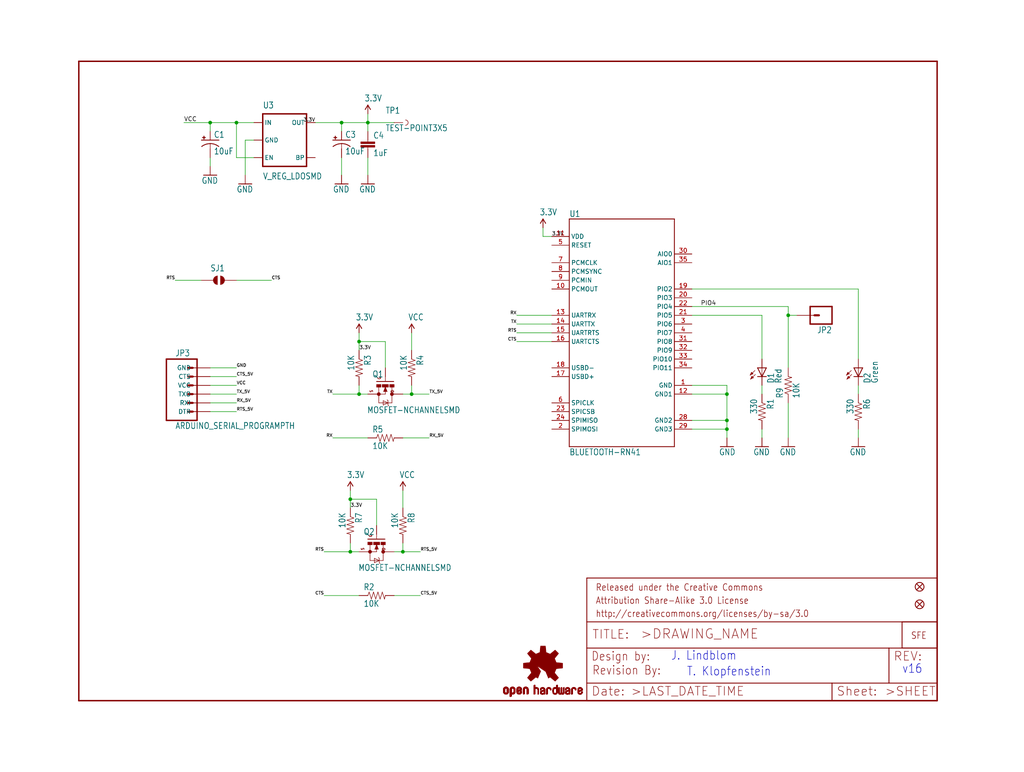
<source format=kicad_sch>
(kicad_sch (version 20211123) (generator eeschema)
  (paper "User" 297.002 223.926)
  (lib_symbols
    (symbol "eagleSchem-eagle-import:ARDUINO_SERIAL_PROGRAMPTH"
      (property "Reference" "JP" (at -5.08 10.922 0))
      (property "Value" "ARDUINO_SERIAL_PROGRAMPTH" (at -5.08 -10.16 0))
      (symbol "ARDUINO_SERIAL_PROGRAMPTH_1_0"
        (pin passive line (at 5.08 -5.08 180) (length 5.08) (name "DTR") (number "1"))
        (pin passive line (at 5.08 -2.54 180) (length 5.08) (name "RXI") (number "2"))
        (pin passive line (at 5.08 0 180) (length 5.08) (name "TXO") (number "3"))
        (pin passive line (at 5.08 2.54 180) (length 5.08) (name "VCC") (number "4"))
        (pin passive line (at 5.08 5.08 180) (length 5.08) (name "CTS") (number "5"))
        (pin passive line (at 5.08 7.62 180) (length 5.08) (name "GND") (number "6"))
      )
    )
    (symbol "eagleSchem-eagle-import:BLUETOOTH-RN41{dblquote}"
      (property "Value" "BLUETOOTH-RN41{dblquote}" (at -15.24 -35.56 0))
      (symbol "BLUETOOTH-RN41{dblquote}_1_0"
        (pin bidirectional line (at 20.32 -15.24 180) (length 5.08) (name "GND") (number "1"))
        (pin bidirectional line (at -20.32 12.7 0) (length 5.08) (name "PCMOUT") (number "10"))
        (pin bidirectional line (at -20.32 27.94 0) (length 5.08) (name "VDD") (number "11"))
        (pin bidirectional line (at 20.32 -17.78 180) (length 5.08) (name "GND1") (number "12"))
        (pin bidirectional line (at -20.32 5.08 0) (length 5.08) (name "UARTRX") (number "13"))
        (pin bidirectional line (at -20.32 2.54 0) (length 5.08) (name "UARTTX") (number "14"))
        (pin bidirectional line (at -20.32 0 0) (length 5.08) (name "UARTRTS") (number "15"))
        (pin bidirectional line (at -20.32 -2.54 0) (length 5.08) (name "UARTCTS") (number "16"))
        (pin bidirectional line (at -20.32 -12.7 0) (length 5.08) (name "USBD+") (number "17"))
        (pin bidirectional line (at -20.32 -10.16 0) (length 5.08) (name "USBD-") (number "18"))
        (pin bidirectional line (at 20.32 12.7 180) (length 5.08) (name "PIO2") (number "19"))
        (pin bidirectional line (at -20.32 -27.94 0) (length 5.08) (name "SPIMOSI") (number "2"))
        (pin bidirectional line (at 20.32 10.16 180) (length 5.08) (name "PIO3") (number "20"))
        (pin bidirectional line (at 20.32 5.08 180) (length 5.08) (name "PIO5") (number "21"))
        (pin bidirectional line (at 20.32 7.62 180) (length 5.08) (name "PIO4") (number "22"))
        (pin bidirectional line (at -20.32 -22.86 0) (length 5.08) (name "SPICSB") (number "23"))
        (pin bidirectional line (at -20.32 -25.4 0) (length 5.08) (name "SPIMISO") (number "24"))
        (pin bidirectional line (at 20.32 -25.4 180) (length 5.08) (name "GND2") (number "28"))
        (pin bidirectional line (at 20.32 -27.94 180) (length 5.08) (name "GND3") (number "29"))
        (pin bidirectional line (at 20.32 2.54 180) (length 5.08) (name "PIO6") (number "3"))
        (pin bidirectional line (at 20.32 22.86 180) (length 5.08) (name "AIO0") (number "30"))
        (pin bidirectional line (at 20.32 -2.54 180) (length 5.08) (name "PIO8") (number "31"))
        (pin bidirectional line (at 20.32 -5.08 180) (length 5.08) (name "PIO9") (number "32"))
        (pin bidirectional line (at 20.32 -7.62 180) (length 5.08) (name "PIO10") (number "33"))
        (pin bidirectional line (at 20.32 -10.16 180) (length 5.08) (name "PIO11") (number "34"))
        (pin bidirectional line (at 20.32 20.32 180) (length 5.08) (name "AIO1") (number "35"))
        (pin bidirectional line (at 20.32 0 180) (length 5.08) (name "PIO7") (number "4"))
        (pin bidirectional line (at -20.32 25.4 0) (length 5.08) (name "RESET") (number "5"))
        (pin bidirectional line (at -20.32 -20.32 0) (length 5.08) (name "SPICLK") (number "6"))
        (pin bidirectional line (at -20.32 20.32 0) (length 5.08) (name "PCMCLK") (number "7"))
        (pin bidirectional line (at -20.32 17.78 0) (length 5.08) (name "PCMSYNC") (number "8"))
        (pin bidirectional line (at -20.32 15.24 0) (length 5.08) (name "PCMIN") (number "9"))
      )
    )
    (symbol "eagleSchem-eagle-import:CAP0603-CAP"
      (property "Reference" "C" (at 1.524 2.921 0))
      (property "Value" "CAP0603-CAP" (at 1.524 -2.159 0))
      (symbol "CAP0603-CAP_1_0"
        (pin passive line (at 0 5.08 270) (length 2.54) (name "1") (number "1"))
        (pin passive line (at 0 -2.54 90) (length 2.54) (name "2") (number "2"))
      )
    )
    (symbol "eagleSchem-eagle-import:CAP_POL1206"
      (property "Reference" "C" (at 1.016 0.635 0))
      (property "Value" "CAP_POL1206" (at 1.016 -4.191 0))
      (symbol "CAP_POL1206_1_0"
        (pin passive line (at 0 2.54 270) (length 2.54) (name "+") (number "A"))
        (pin passive line (at 0 -5.08 90) (length 2.54) (name "-") (number "C"))
      )
    )
    (symbol "eagleSchem-eagle-import:FIDUCIAL1X2.5")
    (symbol "eagleSchem-eagle-import:FRAME-LETTER"
      (symbol "FRAME-LETTER_2_0"
        (text ">DRAWING_NAME" (at 15.494 17.78 0) (effects (font (size 2.7432 2.7432)) (justify left bottom)))
        (text ">LAST_DATE_TIME" (at 12.7 1.27 0) (effects (font (size 2.54 2.54)) (justify left bottom)))
        (text ">SHEET" (at 86.36 1.27 0) (effects (font (size 2.54 2.54)) (justify left bottom)))
        (text "Attribution Share-Alike 3.0 License" (at 2.54 27.94 0) (effects (font (size 1.9304 1.6408)) (justify left bottom)))
        (text "Date:" (at 1.27 1.27 0) (effects (font (size 2.54 2.54)) (justify left bottom)))
        (text "Design by:" (at 1.27 11.43 0) (effects (font (size 2.54 2.159)) (justify left bottom)))
        (text "http://creativecommons.org/licenses/by-sa/3.0" (at 2.54 24.13 0) (effects (font (size 1.9304 1.6408)) (justify left bottom)))
        (text "Released under the Creative Commons" (at 2.54 31.75 0) (effects (font (size 1.9304 1.6408)) (justify left bottom)))
        (text "REV:" (at 88.9 11.43 0) (effects (font (size 2.54 2.54)) (justify left bottom)))
        (text "Sheet:" (at 72.39 1.27 0) (effects (font (size 2.54 2.54)) (justify left bottom)))
        (text "TITLE:" (at 1.524 17.78 0) (effects (font (size 2.54 2.54)) (justify left bottom)))
      )
    )
    (symbol "eagleSchem-eagle-import:GND" (power)
      (property "Value" "GND" (at -2.54 -2.54 0))
      (symbol "GND_1_0"
        (pin power_in line (at 0 2.54 270) (length 2.54) (name "GND") (number "1"))
      )
    )
    (symbol "eagleSchem-eagle-import:LED0603"
      (property "Reference" "LED" (at 3.556 -4.572 90))
      (property "Value" "LED0603" (at 5.715 -4.572 90))
      (symbol "LED0603_1_0"
        (pin passive line (at 0 2.54 270) (length 2.54) (name "A") (number "A"))
        (pin passive line (at 0 -5.08 90) (length 2.54) (name "C") (number "C"))
      )
    )
    (symbol "eagleSchem-eagle-import:LOGO-SFENEW"
      (symbol "LOGO-SFENEW_1_0"
        (text "SFE" (at 0 0 0) (effects (font (size 1.9304 1.6408)) (justify left bottom)))
      )
    )
    (symbol "eagleSchem-eagle-import:M01SMDNS"
      (property "Reference" "JP" (at -2.54 3.302 0))
      (property "Value" "M01SMDNS" (at -2.54 -5.08 0))
      (symbol "M01SMDNS_1_0"
        (pin passive line (at 7.62 0 180) (length 5.08) (name "1") (number "1"))
      )
    )
    (symbol "eagleSchem-eagle-import:MOSFET-NCHANNELSMD"
      (property "Reference" "Q" (at 5.08 2.54 0))
      (property "Value" "MOSFET-NCHANNELSMD" (at 5.08 0 0))
      (symbol "MOSFET-NCHANNELSMD_1_0"
        (text "D" (at -1.27 2.54 0) (effects (font (size 0.8128 0.6908)) (justify left bottom)))
        (text "G" (at -5.08 -1.27 0) (effects (font (size 0.8128 0.6908)) (justify left bottom)))
        (text "S" (at -1.27 -3.556 0) (effects (font (size 0.8128 0.6908)) (justify left bottom)))
        (pin passive line (at -7.62 0 0) (length 2.54) (name "G") (number "1"))
        (pin passive line (at 0 -5.08 90) (length 2.54) (name "S") (number "2"))
        (pin passive line (at 0 5.08 270) (length 2.54) (name "D") (number "3"))
      )
    )
    (symbol "eagleSchem-eagle-import:OSHW-LOGOS")
    (symbol "eagleSchem-eagle-import:RESISTOR0603-RES"
      (property "Reference" "R" (at -3.81 1.4986 0))
      (property "Value" "RESISTOR0603-RES" (at -3.81 -3.302 0))
      (symbol "RESISTOR0603-RES_1_0"
        (pin passive line (at -5.08 0 0) (length 2.54) (name "1") (number "1"))
        (pin passive line (at 5.08 0 180) (length 2.54) (name "2") (number "2"))
      )
    )
    (symbol "eagleSchem-eagle-import:REVISION"
      (symbol "REVISION_1_0"
        (text "Revision By: " (at 0 0 0) (effects (font (size 2.54 2.159)) (justify left bottom)))
      )
    )
    (symbol "eagleSchem-eagle-import:SOLDERJUMPERNO"
      (property "Reference" "SJ" (at -2.54 2.54 0))
      (symbol "SOLDERJUMPERNO_1_0"
        (pin passive line (at -5.08 0 0) (length 2.54) (name "1") (number "1"))
        (pin passive line (at 5.08 0 180) (length 2.54) (name "2") (number "2"))
      )
    )
    (symbol "eagleSchem-eagle-import:TEST-POINT3X5"
      (property "Reference" "TP" (at -2.54 2.54 0))
      (property "Value" "TEST-POINT3X5" (at -2.54 -2.54 0))
      (symbol "TEST-POINT3X5_1_0"
        (pin bidirectional line (at 0 0 180) (length 0) (name "1") (number "P$1"))
      )
    )
    (symbol "eagleSchem-eagle-import:VCC" (power)
      (property "Value" "VCC" (at -1.016 3.556 0))
      (symbol "VCC_1_0"
        (pin power_in line (at 0 0 90) (length 2.54) (name "VCC") (number "1"))
      )
    )
    (symbol "eagleSchem-eagle-import:V_REG_LDOSMD"
      (property "Value" "V_REG_LDOSMD" (at -7.62 -11.43 0))
      (symbol "V_REG_LDOSMD_1_0"
        (pin input line (at -10.16 5.08 0) (length 2.54) (name "IN") (number "1"))
        (pin input line (at -10.16 0 0) (length 2.54) (name "GND") (number "2"))
        (pin input line (at -10.16 -5.08 0) (length 2.54) (name "EN") (number "3"))
        (pin input line (at 7.62 -5.08 180) (length 2.54) (name "BP") (number "4"))
        (pin passive line (at 7.62 5.08 180) (length 2.54) (name "OUT") (number "5"))
      )
    )
  )
  (junction (at 99.06 35.56))
  (junction (at 210.82 124.46))
  (junction (at 116.84 160.02))
  (junction (at 228.6 91.44))
  (junction (at 210.82 121.92))
  (junction (at 104.14 114.3))
  (junction (at 104.14 99.06))
  (junction (at 101.6 160.02))
  (junction (at 119.38 114.3))
  (junction (at 101.6 144.78))
  (junction (at 68.58 35.56))
  (junction (at 210.82 114.3))
  (junction (at 60.96 35.56))
  (junction (at 106.68 35.56))
  (wire (pts (xy 101.6 160.02) (xy 93.98 160.02)))
  (wire (pts (xy 119.38 111.76) (xy 119.38 114.3)))
  (wire (pts (xy 210.82 114.3) (xy 210.82 121.92)))
  (wire (pts (xy 101.6 147.32) (xy 101.6 144.78)))
  (wire (pts (xy 200.66 111.76) (xy 210.82 111.76)))
  (wire (pts (xy 104.14 111.76) (xy 104.14 114.3)))
  (wire (pts (xy 60.96 114.3) (xy 68.58 114.3)))
  (wire (pts (xy 200.66 114.3) (xy 210.82 114.3)))
  (wire (pts (xy 68.58 45.72) (xy 73.66 45.72)))
  (wire (pts (xy 210.82 121.92) (xy 210.82 124.46)))
  (wire (pts (xy 106.68 45.72) (xy 106.68 50.8)))
  (wire (pts (xy 228.6 88.9) (xy 228.6 91.44)))
  (wire (pts (xy 119.38 101.6) (xy 119.38 96.52)))
  (wire (pts (xy 119.38 114.3) (xy 124.46 114.3)))
  (wire (pts (xy 114.3 160.02) (xy 116.84 160.02)))
  (wire (pts (xy 101.6 157.48) (xy 101.6 160.02)))
  (wire (pts (xy 200.66 88.9) (xy 228.6 88.9)))
  (wire (pts (xy 99.06 50.8) (xy 99.06 45.72)))
  (wire (pts (xy 104.14 101.6) (xy 104.14 99.06)))
  (wire (pts (xy 99.06 38.1) (xy 99.06 35.56)))
  (wire (pts (xy 58.42 81.28) (xy 50.8 81.28)))
  (wire (pts (xy 104.14 114.3) (xy 96.52 114.3)))
  (wire (pts (xy 248.92 111.76) (xy 248.92 114.3)))
  (wire (pts (xy 109.22 144.78) (xy 101.6 144.78)))
  (wire (pts (xy 116.84 160.02) (xy 121.92 160.02)))
  (wire (pts (xy 210.82 124.46) (xy 210.82 127)))
  (wire (pts (xy 60.96 119.38) (xy 68.58 119.38)))
  (wire (pts (xy 248.92 124.46) (xy 248.92 127)))
  (wire (pts (xy 109.22 152.4) (xy 109.22 144.78)))
  (wire (pts (xy 116.84 114.3) (xy 119.38 114.3)))
  (wire (pts (xy 116.84 157.48) (xy 116.84 160.02)))
  (wire (pts (xy 68.58 81.28) (xy 78.74 81.28)))
  (wire (pts (xy 60.96 116.84) (xy 68.58 116.84)))
  (wire (pts (xy 111.76 106.68) (xy 111.76 99.06)))
  (wire (pts (xy 228.6 91.44) (xy 228.6 106.68)))
  (wire (pts (xy 160.02 91.44) (xy 149.86 91.44)))
  (wire (pts (xy 60.96 106.68) (xy 68.58 106.68)))
  (wire (pts (xy 228.6 116.84) (xy 228.6 127)))
  (wire (pts (xy 231.14 91.44) (xy 228.6 91.44)))
  (wire (pts (xy 116.84 127) (xy 124.46 127)))
  (wire (pts (xy 114.3 35.56) (xy 106.68 35.56)))
  (wire (pts (xy 101.6 144.78) (xy 101.6 142.24)))
  (wire (pts (xy 71.12 40.64) (xy 71.12 50.8)))
  (wire (pts (xy 200.66 83.82) (xy 248.92 83.82)))
  (wire (pts (xy 106.68 35.56) (xy 106.68 33.02)))
  (wire (pts (xy 91.44 35.56) (xy 99.06 35.56)))
  (wire (pts (xy 60.96 38.1) (xy 60.96 35.56)))
  (wire (pts (xy 104.14 160.02) (xy 101.6 160.02)))
  (wire (pts (xy 220.98 127) (xy 220.98 124.46)))
  (wire (pts (xy 160.02 96.52) (xy 149.86 96.52)))
  (wire (pts (xy 160.02 68.58) (xy 157.48 68.58)))
  (wire (pts (xy 248.92 83.82) (xy 248.92 104.14)))
  (wire (pts (xy 104.14 172.72) (xy 93.98 172.72)))
  (wire (pts (xy 200.66 124.46) (xy 210.82 124.46)))
  (wire (pts (xy 106.68 35.56) (xy 106.68 38.1)))
  (wire (pts (xy 106.68 127) (xy 96.52 127)))
  (wire (pts (xy 157.48 68.58) (xy 157.48 66.04)))
  (wire (pts (xy 60.96 48.26) (xy 60.96 45.72)))
  (wire (pts (xy 60.96 35.56) (xy 68.58 35.56)))
  (wire (pts (xy 68.58 35.56) (xy 73.66 35.56)))
  (wire (pts (xy 114.3 172.72) (xy 121.92 172.72)))
  (wire (pts (xy 106.68 114.3) (xy 104.14 114.3)))
  (wire (pts (xy 200.66 121.92) (xy 210.82 121.92)))
  (wire (pts (xy 68.58 35.56) (xy 68.58 45.72)))
  (wire (pts (xy 160.02 99.06) (xy 149.86 99.06)))
  (wire (pts (xy 220.98 91.44) (xy 200.66 91.44)))
  (wire (pts (xy 104.14 99.06) (xy 104.14 96.52)))
  (wire (pts (xy 116.84 147.32) (xy 116.84 142.24)))
  (wire (pts (xy 60.96 109.22) (xy 68.58 109.22)))
  (wire (pts (xy 210.82 111.76) (xy 210.82 114.3)))
  (wire (pts (xy 220.98 111.76) (xy 220.98 114.3)))
  (wire (pts (xy 220.98 104.14) (xy 220.98 91.44)))
  (wire (pts (xy 71.12 40.64) (xy 73.66 40.64)))
  (wire (pts (xy 111.76 99.06) (xy 104.14 99.06)))
  (wire (pts (xy 99.06 35.56) (xy 106.68 35.56)))
  (wire (pts (xy 60.96 35.56) (xy 53.34 35.56)))
  (wire (pts (xy 160.02 93.98) (xy 149.86 93.98)))
  (wire (pts (xy 60.96 111.76) (xy 68.58 111.76)))
  (text "T. Klopfenstein" (at 199.136 196.342 180) (effects (font (size 2.54 2.159)) (justify left bottom)))
  (text "J. Lindblom" (at 194.564 191.77 180) (effects (font (size 2.54 2.159)) (justify left bottom)))
  (text "v16" (at 261.62 195.58 180) (effects (font (size 2.54 2.159)) (justify left bottom)))
  (label "VCC" (at 68.58 111.76 0) (effects (font (size 0.889 0.889))))
  (label "3.3V" (at 101.6 147.32 0) (effects (font (size 1.016 1.016))))
  (label "GND" (at 68.58 106.68 0) (effects (font (size 0.889 0.889))))
  (label "RX_5V" (at 124.46 127 0) (effects (font (size 0.889 0.889))))
  (label "3.3V" (at 160.02 68.58 0) (effects (font (size 1.016 1.016))))
  (label "RTS" (at 93.98 160.02 180) (effects (font (size 0.889 0.889))))
  (label "RTS" (at 149.86 96.52 180) (effects (font (size 0.889 0.889))))
  (label "RX" (at 149.86 91.44 180) (effects (font (size 0.889 0.889))))
  (label "TX" (at 149.86 93.98 180) (effects (font (size 0.889 0.889))))
  (label "3.3V" (at 91.44 35.56 180) (effects (font (size 1.016 1.016))))
  (label "RTS_5V" (at 121.92 160.02 0) (effects (font (size 0.889 0.889))))
  (label "3.3V" (at 104.14 101.6 0) (effects (font (size 1.016 1.016))))
  (label "CTS_5V" (at 121.92 172.72 0) (effects (font (size 0.889 0.889))))
  (label "CTS" (at 149.86 99.06 180) (effects (font (size 0.889 0.889))))
  (label "TX_5V" (at 68.58 114.3 0) (effects (font (size 0.889 0.889))))
  (label "TX" (at 96.52 114.3 180) (effects (font (size 0.889 0.889))))
  (label "RTS" (at 50.8 81.28 180) (effects (font (size 0.889 0.889))))
  (label "VCC" (at 53.34 35.56 0) (effects (font (size 1.2446 1.2446))))
  (label "TX_5V" (at 124.46 114.3 0) (effects (font (size 0.889 0.889))))
  (label "RX_5V" (at 68.58 116.84 0) (effects (font (size 0.889 0.889))))
  (label "PIO4" (at 203.2 88.9 0) (effects (font (size 1.2446 1.2446))))
  (label "CTS" (at 78.74 81.28 0) (effects (font (size 0.889 0.889))))
  (label "RX" (at 96.52 127 180) (effects (font (size 0.889 0.889))))
  (label "CTS_5V" (at 68.58 109.22 0) (effects (font (size 0.889 0.889))))
  (label "CTS" (at 93.98 172.72 180) (effects (font (size 0.889 0.889))))
  (label "RTS_5V" (at 68.58 119.38 0) (effects (font (size 0.889 0.889))))
  (symbol (lib_id "eagleSchem-eagle-import:GND") (at 228.6 129.54 0) (unit 1)
    (property "Reference" "#GND8" (effects hide))
    (property "Value" "GND" (at 226.06 132.08 0) (effects (font (size 1.778 1.5113)) (justify left bottom)))
    (property "Footprint" "eagleSchem:" (effects hide))
  )
  (symbol (lib_id "eagleSchem-eagle-import:FIDUCIAL1X2.5") (at 266.7 170.18 0) (unit 1)
    (property "Reference" "JP4" (effects hide))
    (property "Value" "FIDUCIAL1X2.5" (effects hide))
    (property "Footprint" "eagleSchem:FIDUCIAL-1X2.5" (effects hide))
  )
  (symbol (lib_id "eagleSchem-eagle-import:RESISTOR0603-RES") (at 220.98 119.38 270) (unit 1)
    (property "Reference" "R1" (at 222.4786 115.57 0) (effects (font (size 1.778 1.5113)) (justify left bottom)))
    (property "Value" "330" (at 217.678 115.57 0) (effects (font (size 1.778 1.5113)) (justify left bottom)))
    (property "Footprint" "eagleSchem:0603-RES" (effects hide))
  )
  (symbol (lib_id "eagleSchem-eagle-import:FRAME-LETTER") (at 22.86 203.2 0) (unit 1)
    (property "Reference" "FRAME1" (effects hide))
    (property "Value" "FRAME-LETTER" (effects hide))
    (property "Footprint" "eagleSchem:CREATIVE_COMMONS" (effects hide))
  )
  (symbol (lib_id "eagleSchem-eagle-import:RESISTOR0603-RES") (at 228.6 111.76 90) (unit 1)
    (property "Reference" "R9" (at 227.1014 115.57 0) (effects (font (size 1.778 1.5113)) (justify left bottom)))
    (property "Value" "10K" (at 231.902 115.57 0) (effects (font (size 1.778 1.5113)) (justify left bottom)))
    (property "Footprint" "eagleSchem:0603-RES" (effects hide))
  )
  (symbol (lib_id "eagleSchem-eagle-import:CAP0603-CAP") (at 106.68 43.18 0) (unit 1)
    (property "Reference" "C4" (at 108.204 40.259 0) (effects (font (size 1.778 1.5113)) (justify left bottom)))
    (property "Value" "1uF" (at 108.204 45.339 0) (effects (font (size 1.778 1.5113)) (justify left bottom)))
    (property "Footprint" "eagleSchem:0603-CAP" (effects hide))
  )
  (symbol (lib_id "eagleSchem-eagle-import:VCC") (at 106.68 33.02 0) (unit 1)
    (property "Reference" "#P+2" (effects hide))
    (property "Value" "3.3V" (at 105.664 29.464 0) (effects (font (size 1.778 1.5113)) (justify left bottom)))
    (property "Footprint" "eagleSchem:" (effects hide))
  )
  (symbol (lib_id "eagleSchem-eagle-import:GND") (at 99.06 53.34 0) (unit 1)
    (property "Reference" "#GND5" (effects hide))
    (property "Value" "GND" (at 96.52 55.88 0) (effects (font (size 1.778 1.5113)) (justify left bottom)))
    (property "Footprint" "eagleSchem:" (effects hide))
  )
  (symbol (lib_id "eagleSchem-eagle-import:CAP_POL1206") (at 99.06 40.64 0) (unit 1)
    (property "Reference" "C3" (at 100.076 40.005 0) (effects (font (size 1.778 1.5113)) (justify left bottom)))
    (property "Value" "10uF" (at 100.076 44.831 0) (effects (font (size 1.778 1.5113)) (justify left bottom)))
    (property "Footprint" "eagleSchem:EIA3216" (effects hide))
  )
  (symbol (lib_id "eagleSchem-eagle-import:MOSFET-NCHANNELSMD") (at 109.22 160.02 270) (unit 1)
    (property "Reference" "Q2" (at 105.41 155.194 90) (effects (font (size 1.778 1.5113)) (justify left bottom)))
    (property "Value" "MOSFET-NCHANNELSMD" (at 103.886 165.608 90) (effects (font (size 1.778 1.5113)) (justify left bottom)))
    (property "Footprint" "eagleSchem:SOT23-3" (effects hide))
  )
  (symbol (lib_id "eagleSchem-eagle-import:LED0603") (at 220.98 106.68 0) (unit 1)
    (property "Reference" "D1" (at 224.536 111.252 90) (effects (font (size 1.778 1.5113)) (justify left bottom)))
    (property "Value" "Red" (at 226.695 111.252 90) (effects (font (size 1.778 1.5113)) (justify left bottom)))
    (property "Footprint" "eagleSchem:LED-0603" (effects hide))
  )
  (symbol (lib_id "eagleSchem-eagle-import:CAP_POL1206") (at 60.96 40.64 0) (unit 1)
    (property "Reference" "C1" (at 61.976 40.005 0) (effects (font (size 1.778 1.5113)) (justify left bottom)))
    (property "Value" "10uF" (at 61.976 44.831 0) (effects (font (size 1.778 1.5113)) (justify left bottom)))
    (property "Footprint" "eagleSchem:EIA3216" (effects hide))
  )
  (symbol (lib_id "eagleSchem-eagle-import:GND") (at 210.82 129.54 0) (mirror y) (unit 1)
    (property "Reference" "#GND6" (effects hide))
    (property "Value" "GND" (at 213.36 132.08 0) (effects (font (size 1.778 1.5113)) (justify left bottom)))
    (property "Footprint" "eagleSchem:" (effects hide))
  )
  (symbol (lib_id "eagleSchem-eagle-import:RESISTOR0603-RES") (at 116.84 152.4 270) (unit 1)
    (property "Reference" "R8" (at 118.3386 148.59 0) (effects (font (size 1.778 1.5113)) (justify left bottom)))
    (property "Value" "10K" (at 113.538 148.59 0) (effects (font (size 1.778 1.5113)) (justify left bottom)))
    (property "Footprint" "eagleSchem:0603-RES" (effects hide))
  )
  (symbol (lib_id "eagleSchem-eagle-import:VCC") (at 104.14 96.52 0) (unit 1)
    (property "Reference" "#P+1" (effects hide))
    (property "Value" "3.3V" (at 103.124 92.964 0) (effects (font (size 1.778 1.5113)) (justify left bottom)))
    (property "Footprint" "eagleSchem:" (effects hide))
  )
  (symbol (lib_id "eagleSchem-eagle-import:VCC") (at 116.84 142.24 0) (unit 1)
    (property "Reference" "#P+8" (effects hide))
    (property "Value" "VCC" (at 115.824 138.684 0) (effects (font (size 1.778 1.5113)) (justify left bottom)))
    (property "Footprint" "eagleSchem:" (effects hide))
  )
  (symbol (lib_id "eagleSchem-eagle-import:RESISTOR0603-RES") (at 101.6 152.4 270) (unit 1)
    (property "Reference" "R7" (at 103.0986 148.59 0) (effects (font (size 1.778 1.5113)) (justify left bottom)))
    (property "Value" "10K" (at 98.298 148.59 0) (effects (font (size 1.778 1.5113)) (justify left bottom)))
    (property "Footprint" "eagleSchem:0603-RES" (effects hide))
  )
  (symbol (lib_id "eagleSchem-eagle-import:FRAME-LETTER") (at 170.18 203.2 0) (unit 2)
    (property "Reference" "FRAME1" (effects hide))
    (property "Value" "FRAME-LETTER" (effects hide))
    (property "Footprint" "eagleSchem:CREATIVE_COMMONS" (effects hide))
  )
  (symbol (lib_id "eagleSchem-eagle-import:LOGO-SFENEW") (at 264.16 185.42 0) (unit 1)
    (property "Reference" "U$1" (effects hide))
    (property "Value" "LOGO-SFENEW" (effects hide))
    (property "Footprint" "eagleSchem:SFE-NEW-WEBLOGO" (effects hide))
  )
  (symbol (lib_id "eagleSchem-eagle-import:GND") (at 220.98 129.54 0) (unit 1)
    (property "Reference" "#GND2" (effects hide))
    (property "Value" "GND" (at 218.44 132.08 0) (effects (font (size 1.778 1.5113)) (justify left bottom)))
    (property "Footprint" "eagleSchem:" (effects hide))
  )
  (symbol (lib_id "eagleSchem-eagle-import:RESISTOR0603-RES") (at 119.38 106.68 270) (unit 1)
    (property "Reference" "R4" (at 120.8786 102.87 0) (effects (font (size 1.778 1.5113)) (justify left bottom)))
    (property "Value" "10K" (at 116.078 102.87 0) (effects (font (size 1.778 1.5113)) (justify left bottom)))
    (property "Footprint" "eagleSchem:0603-RES" (effects hide))
  )
  (symbol (lib_id "eagleSchem-eagle-import:VCC") (at 101.6 142.24 0) (unit 1)
    (property "Reference" "#P+7" (effects hide))
    (property "Value" "3.3V" (at 100.584 138.684 0) (effects (font (size 1.778 1.5113)) (justify left bottom)))
    (property "Footprint" "eagleSchem:" (effects hide))
  )
  (symbol (lib_id "eagleSchem-eagle-import:MOSFET-NCHANNELSMD") (at 111.76 114.3 270) (unit 1)
    (property "Reference" "Q1" (at 107.95 109.474 90) (effects (font (size 1.778 1.5113)) (justify left bottom)))
    (property "Value" "MOSFET-NCHANNELSMD" (at 106.426 119.888 90) (effects (font (size 1.778 1.5113)) (justify left bottom)))
    (property "Footprint" "eagleSchem:SOT23-3" (effects hide))
  )
  (symbol (lib_id "eagleSchem-eagle-import:V_REG_LDOSMD") (at 83.82 40.64 0) (unit 1)
    (property "Reference" "U3" (at 76.2 31.496 0) (effects (font (size 1.778 1.5113)) (justify left bottom)))
    (property "Value" "V_REG_LDOSMD" (at 76.2 52.07 0) (effects (font (size 1.778 1.5113)) (justify left bottom)))
    (property "Footprint" "eagleSchem:SOT23-5" (effects hide))
  )
  (symbol (lib_id "eagleSchem-eagle-import:ARDUINO_SERIAL_PROGRAMPTH") (at 55.88 114.3 0) (unit 1)
    (property "Reference" "JP3" (at 50.8 103.378 0) (effects (font (size 1.778 1.5113)) (justify left bottom)))
    (property "Value" "ARDUINO_SERIAL_PROGRAMPTH" (at 50.8 124.46 0) (effects (font (size 1.778 1.5113)) (justify left bottom)))
    (property "Footprint" "eagleSchem:1X06" (effects hide))
  )
  (symbol (lib_id "eagleSchem-eagle-import:LED0603") (at 248.92 106.68 0) (unit 1)
    (property "Reference" "D2" (at 252.476 111.252 90) (effects (font (size 1.778 1.5113)) (justify left bottom)))
    (property "Value" "Green" (at 254.635 111.252 90) (effects (font (size 1.778 1.5113)) (justify left bottom)))
    (property "Footprint" "eagleSchem:LED-0603" (effects hide))
  )
  (symbol (lib_id "eagleSchem-eagle-import:GND") (at 248.92 129.54 0) (unit 1)
    (property "Reference" "#GND7" (effects hide))
    (property "Value" "GND" (at 246.38 132.08 0) (effects (font (size 1.778 1.5113)) (justify left bottom)))
    (property "Footprint" "eagleSchem:" (effects hide))
  )
  (symbol (lib_id "eagleSchem-eagle-import:GND") (at 60.96 50.8 0) (unit 1)
    (property "Reference" "#GND1" (effects hide))
    (property "Value" "GND" (at 58.42 53.34 0) (effects (font (size 1.778 1.5113)) (justify left bottom)))
    (property "Footprint" "eagleSchem:" (effects hide))
  )
  (symbol (lib_id "eagleSchem-eagle-import:FIDUCIAL1X2.5") (at 266.7 175.26 0) (unit 1)
    (property "Reference" "JP1" (effects hide))
    (property "Value" "FIDUCIAL1X2.5" (effects hide))
    (property "Footprint" "eagleSchem:FIDUCIAL-1X2.5" (effects hide))
  )
  (symbol (lib_id "eagleSchem-eagle-import:VCC") (at 119.38 96.52 0) (unit 1)
    (property "Reference" "#P+4" (effects hide))
    (property "Value" "VCC" (at 118.364 92.964 0) (effects (font (size 1.778 1.5113)) (justify left bottom)))
    (property "Footprint" "eagleSchem:" (effects hide))
  )
  (symbol (lib_id "eagleSchem-eagle-import:GND") (at 71.12 53.34 0) (unit 1)
    (property "Reference" "#GND4" (effects hide))
    (property "Value" "GND" (at 68.58 55.88 0) (effects (font (size 1.778 1.5113)) (justify left bottom)))
    (property "Footprint" "eagleSchem:" (effects hide))
  )
  (symbol (lib_id "eagleSchem-eagle-import:RESISTOR0603-RES") (at 111.76 127 0) (unit 1)
    (property "Reference" "R5" (at 107.95 125.5014 0) (effects (font (size 1.778 1.5113)) (justify left bottom)))
    (property "Value" "10K" (at 107.95 130.302 0) (effects (font (size 1.778 1.5113)) (justify left bottom)))
    (property "Footprint" "eagleSchem:0603-RES" (effects hide))
  )
  (symbol (lib_id "eagleSchem-eagle-import:TEST-POINT3X5") (at 114.3 35.56 0) (unit 1)
    (property "Reference" "TP1" (at 111.76 33.02 0) (effects (font (size 1.778 1.5113)) (justify left bottom)))
    (property "Value" "TEST-POINT3X5" (at 111.76 38.1 0) (effects (font (size 1.778 1.5113)) (justify left bottom)))
    (property "Footprint" "eagleSchem:PAD.03X.05" (effects hide))
  )
  (symbol (lib_id "eagleSchem-eagle-import:SOLDERJUMPERNO") (at 63.5 81.28 0) (unit 1)
    (property "Reference" "SJ1" (at 60.96 78.74 0) (effects (font (size 1.778 1.5113)) (justify left bottom)))
    (property "Value" "SOLDERJUMPERNO" (effects hide))
    (property "Footprint" "eagleSchem:SJ_2S-NO" (effects hide))
  )
  (symbol (lib_id "eagleSchem-eagle-import:BLUETOOTH-RN41{dblquote}") (at 180.34 96.52 0) (unit 1)
    (property "Reference" "U1" (at 165.1 62.992 0) (effects (font (size 1.778 1.5113)) (justify left bottom)))
    (property "Value" "BLUETOOTH-RN41" (at 165.1 132.08 0) (effects (font (size 1.778 1.5113)) (justify left bottom)))
    (property "Footprint" "eagleSchem:RN41" (effects hide))
  )
  (symbol (lib_id "eagleSchem-eagle-import:RESISTOR0603-RES") (at 248.92 119.38 270) (unit 1)
    (property "Reference" "R6" (at 250.4186 115.57 0) (effects (font (size 1.778 1.5113)) (justify left bottom)))
    (property "Value" "330" (at 245.618 115.57 0) (effects (font (size 1.778 1.5113)) (justify left bottom)))
    (property "Footprint" "eagleSchem:0603-RES" (effects hide))
  )
  (symbol (lib_id "eagleSchem-eagle-import:REVISION") (at 171.704 195.834 0) (unit 1)
    (property "Reference" "U$2" (effects hide))
    (property "Value" "REVISION" (effects hide))
    (property "Footprint" "eagleSchem:REVISION" (effects hide))
  )
  (symbol (lib_id "eagleSchem-eagle-import:M01SMDNS") (at 238.76 91.44 180) (unit 1)
    (property "Reference" "JP2" (at 241.3 94.742 0) (effects (font (size 1.778 1.5113)) (justify left bottom)))
    (property "Value" "M01SMDNS" (effects hide))
    (property "Footprint" "eagleSchem:1X01NS" (effects hide))
  )
  (symbol (lib_id "eagleSchem-eagle-import:RESISTOR0603-RES") (at 109.22 172.72 0) (unit 1)
    (property "Reference" "R2" (at 105.41 171.2214 0) (effects (font (size 1.778 1.5113)) (justify left bottom)))
    (property "Value" "10K" (at 105.41 176.022 0) (effects (font (size 1.778 1.5113)) (justify left bottom)))
    (property "Footprint" "eagleSchem:0603-RES" (effects hide))
  )
  (symbol (lib_id "eagleSchem-eagle-import:VCC") (at 157.48 66.04 0) (unit 1)
    (property "Reference" "#P+5" (effects hide))
    (property "Value" "3.3V" (at 156.464 62.484 0) (effects (font (size 1.778 1.5113)) (justify left bottom)))
    (property "Footprint" "eagleSchem:" (effects hide))
  )
  (symbol (lib_id "eagleSchem-eagle-import:GND") (at 106.68 53.34 0) (unit 1)
    (property "Reference" "#GND3" (effects hide))
    (property "Value" "GND" (at 104.14 55.88 0) (effects (font (size 1.778 1.5113)) (justify left bottom)))
    (property "Footprint" "eagleSchem:" (effects hide))
  )
  (symbol (lib_id "eagleSchem-eagle-import:OSHW-LOGOS") (at 157.48 193.04 0) (unit 1)
    (property "Reference" "LOGO1" (effects hide))
    (property "Value" "OSHW-LOGOS" (effects hide))
    (property "Footprint" "eagleSchem:OSHW-LOGO-S" (effects hide))
  )
  (symbol (lib_id "eagleSchem-eagle-import:RESISTOR0603-RES") (at 104.14 106.68 270) (unit 1)
    (property "Reference" "R3" (at 105.6386 102.87 0) (effects (font (size 1.778 1.5113)) (justify left bottom)))
    (property "Value" "10K" (at 100.838 102.87 0) (effects (font (size 1.778 1.5113)) (justify left bottom)))
    (property "Footprint" "eagleSchem:0603-RES" (effects hide))
  )
)
</source>
